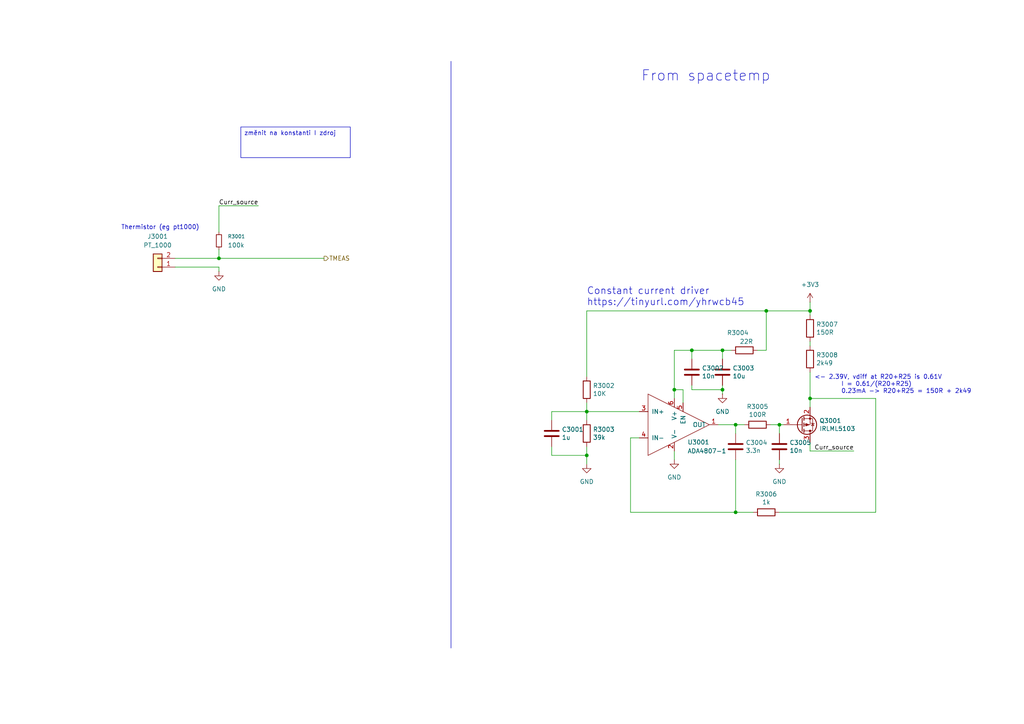
<source format=kicad_sch>
(kicad_sch (version 20250114) (generator "eeschema") (generator_version "9.0")
  (paper "A4")
  (lib_symbols
    (symbol "Connector_Generic:Conn_01x02" (pin_names (offset 1.016) (hide yes))
      (property "Reference" "J" (at 0 2.54 0))
      (property "Value" "Conn_01x02" (at 0 -5.08 0))
      (symbol "Conn_01x02_1_1"
        (rectangle (start -1.27 1.27) (end 1.27 -3.81) (stroke (width 0.254)) (fill (type background)))
        (rectangle (start -1.27 0.127) (end 0 -0.127) (stroke (width 0.1524)))
        (rectangle (start -1.27 -2.413) (end 0 -2.667) (stroke (width 0.1524)))
        (pin passive line (at -5.08 0 0) (length 3.81) (name "Pin_1") (number "1"))
        (pin passive line (at -5.08 -2.54 0) (length 3.81) (name "Pin_2") (number "2"))
      )
    )
    (symbol "Device:C" (pin_numbers (hide yes)) (pin_names (offset 0.254))
      (property "Reference" "C" (at 0.635 2.54 0))
      (property "Value" "C" (at 0.635 -2.54 0))
      (symbol "C_0_1"
        (polyline (pts (xy -2.032 0.762) (xy 2.032 0.762)) (stroke (width 0.508)))
        (polyline (pts (xy -2.032 -0.762) (xy 2.032 -0.762)) (stroke (width 0.508)))
      )
      (symbol "C_1_1"
        (pin passive line (at 0 3.81 270) (length 2.794) (name "~") (number "1"))
        (pin passive line (at 0 -3.81 90) (length 2.794) (name "~") (number "2"))
      )
    )
    (symbol "Device:Q_PMOS_GSD" (pin_names (offset 0) (hide yes))
      (property "Reference" "Q" (at 5.08 1.27 0))
      (property "Value" "Q_PMOS_GSD" (at 5.08 -1.27 0))
      (symbol "Q_PMOS_GSD_0_1"
        (polyline (pts (xy 0.254 1.905) (xy 0.254 -1.905)) (stroke (width 0.254)))
        (polyline (pts (xy 0.254 0) (xy -2.54 0)))
        (polyline (pts (xy 0.762 2.286) (xy 0.762 1.27)) (stroke (width 0.254)))
        (polyline (pts (xy 0.762 1.778) (xy 3.302 1.778) (xy 3.302 -1.778) (xy 0.762 -1.778)))
        (polyline (pts (xy 0.762 0.508) (xy 0.762 -0.508)) (stroke (width 0.254)))
        (polyline (pts (xy 0.762 -1.27) (xy 0.762 -2.286)) (stroke (width 0.254)))
        (circle (center 1.651 0) (radius 2.794) (stroke (width 0.254)))
        (polyline (pts (xy 2.286 0) (xy 1.27 0.381) (xy 1.27 -0.381) (xy 2.286 0)) (fill (type outline)))
        (polyline (pts (xy 2.54 2.54) (xy 2.54 1.778)))
        (circle (center 2.54 1.778) (radius 0.254) (fill (type outline)))
        (circle (center 2.54 -1.778) (radius 0.254) (fill (type outline)))
        (polyline (pts (xy 2.54 -2.54) (xy 2.54 0) (xy 0.762 0)))
        (polyline (pts (xy 2.794 -0.508) (xy 2.921 -0.381) (xy 3.683 -0.381) (xy 3.81 -0.254)))
        (polyline (pts (xy 3.302 -0.381) (xy 2.921 0.254) (xy 3.683 0.254) (xy 3.302 -0.381)))
      )
      (symbol "Q_PMOS_GSD_1_1"
        (pin input line (at -5.08 0 0) (length 2.54) (name "G") (number "1"))
        (pin passive line (at 2.54 5.08 270) (length 2.54) (name "D") (number "3"))
        (pin passive line (at 2.54 -5.08 90) (length 2.54) (name "S") (number "2"))
      )
    )
    (symbol "Device:R" (pin_numbers (hide yes)) (pin_names (offset 0))
      (property "Reference" "R" (at 2.032 0 90))
      (property "Value" "R" (at 0 0 90))
      (symbol "R_0_1"
        (rectangle (start -1.016 -2.54) (end 1.016 2.54) (stroke (width 0.254)))
      )
      (symbol "R_1_1"
        (pin passive line (at 0 3.81 270) (length 1.27) (name "~") (number "1"))
        (pin passive line (at 0 -3.81 90) (length 1.27) (name "~") (number "2"))
      )
    )
    (symbol "Device:R_Small" (pin_numbers (hide yes)) (pin_names (offset 0.254) (hide yes))
      (property "Reference" "R" (at 0 0 90))
      (property "Value" "R_Small" (at 1.778 0 90))
      (symbol "R_Small_0_1"
        (rectangle (start -0.762 1.778) (end 0.762 -1.778) (stroke (width 0.2032)))
      )
      (symbol "R_Small_1_1"
        (pin passive line (at 0 2.54 270) (length 0.762) (name "~") (number "1"))
        (pin passive line (at 0 -2.54 90) (length 0.762) (name "~") (number "2"))
      )
    )
    (symbol "power:+3V3" (power) (pin_numbers (hide yes)) (pin_names (offset 0) (hide yes))
      (property "Value" "+3V3" (at 0 3.556 0))
      (symbol "+3V3_0_1"
        (polyline (pts (xy -0.762 1.27) (xy 0 2.54)))
        (polyline (pts (xy 0 2.54) (xy 0.762 1.27)))
        (polyline (pts (xy 0 0) (xy 0 2.54)))
      )
      (symbol "+3V3_1_1"
        (pin power_in line (at 0 0 90) (length 0) (name "~") (number "1"))
      )
    )
    (symbol "power:GND" (power) (pin_numbers (hide yes)) (pin_names (offset 0) (hide yes))
      (property "Value" "GND" (at 0 -3.81 0))
      (symbol "GND_0_1"
        (polyline (pts (xy 0 0) (xy 0 -1.27) (xy 1.27 -1.27) (xy 0 -2.54) (xy -1.27 -1.27) (xy 0 -1.27)))
      )
      (symbol "GND_1_1"
        (pin power_in line (at 0 0 270) (length 0) (name "~") (number "1"))
      )
    )
    (symbol "vzlu_lib:AD8029" (pin_names (offset 1.016))
      (property "Reference" "U" (at 12.7 12.7 0))
      (property "Value" "AD8029" (at -5.08 12.7 0))
      (symbol "AD8029_0_1"
        (polyline (pts (xy -5.08 8.89) (xy -5.08 -8.89)))
        (polyline (pts (xy -5.08 8.89) (xy 12.7 0) (xy -5.08 -8.89)))
      )
      (symbol "AD8029_1_1"
        (pin input line (at -7.62 3.81 0) (length 2.54) (name "IN+") (number "3"))
        (pin input line (at -7.62 -3.81 0) (length 2.54) (name "IN-") (number "4"))
        (pin input line (at 2.54 7.62 270) (length 2.54) (name "V+") (number "6"))
        (pin input line (at 2.54 -7.62 90) (length 2.54) (name "V-") (number "2"))
        (pin input line (at 5.08 6.35 270) (length 2.54) (name "EN") (number "5"))
        (pin output line (at 15.24 0 180) (length 2.54) (name "OUT") (number "1"))
      )
    )
  )
  (text "From spacetemp" (at 204.724 22.098 0) (effects (font (size 3 3))))
  (text "Constant current driver\nhttps://tinyurl.com/yhrwcb45" (at 170.18 88.9 0) (effects (font (size 2.0066 2.0066)) (justify left bottom)))
  (text "<- 2.39V, vdiff at R20+R25 is 0.61V\n        I = 0.61/(R20+R25)\n        0.23mA -> R20+R25 = 150R + 2k49" (at 236.22 114.3 0) (effects (font (size 1.27 1.27)) (justify left bottom)))
  (text "Thermistor (eg pt1000)" (at 46.482 66.04 0) (effects (font (size 1.27 1.27))))
  (text_box "změnit na konstanti I zdroj" (at 69.85 36.83 0) (size 31.75 8.89) (margins 0.9525 0.9525 0.9525 0.9525) (effects (font (size 1.27 1.27)) (justify left top)))
  (junction (at 63.5 74.93))
  (junction (at 170.18 119.38))
  (junction (at 200.66 101.6))
  (junction (at 195.58 113.03))
  (junction (at 226.06 123.19))
  (junction (at 213.36 148.59))
  (junction (at 234.95 115.57))
  (junction (at 234.95 90.17))
  (junction (at 170.18 132.08))
  (junction (at 209.55 113.03))
  (junction (at 213.36 123.19))
  (junction (at 222.25 90.17))
  (junction (at 209.55 101.6))
  (wire (pts (xy 226.06 123.19) (xy 227.33 123.19)))
  (wire (pts (xy 200.66 113.03) (xy 200.66 111.76)))
  (wire (pts (xy 63.5 74.93) (xy 63.5 72.39)))
  (wire (pts (xy 195.58 130.81) (xy 195.58 133.35)))
  (wire (pts (xy 170.18 119.38) (xy 185.42 119.38)))
  (wire (pts (xy 254 115.57) (xy 254 148.59)))
  (wire (pts (xy 209.55 101.6) (xy 212.09 101.6)))
  (wire (pts (xy 222.25 101.6) (xy 222.25 90.17)))
  (wire (pts (xy 200.66 101.6) (xy 209.55 101.6)))
  (polyline (pts (xy 130.81 17.78) (xy 130.81 187.96)))
  (wire (pts (xy 226.06 133.35) (xy 226.06 134.62)))
  (wire (pts (xy 182.88 127) (xy 182.88 148.59)))
  (wire (pts (xy 226.06 123.19) (xy 226.06 125.73)))
  (wire (pts (xy 170.18 119.38) (xy 170.18 121.92)))
  (wire (pts (xy 160.02 121.92) (xy 160.02 119.38)))
  (wire (pts (xy 185.42 127) (xy 182.88 127)))
  (wire (pts (xy 222.25 90.17) (xy 170.18 90.17)))
  (wire (pts (xy 234.95 90.17) (xy 234.95 91.44)))
  (wire (pts (xy 50.8 77.47) (xy 63.5 77.47)))
  (wire (pts (xy 209.55 113.03) (xy 209.55 111.76)))
  (wire (pts (xy 247.65 130.81) (xy 234.95 130.81)))
  (wire (pts (xy 50.8 74.93) (xy 63.5 74.93)))
  (wire (pts (xy 234.95 90.17) (xy 222.25 90.17)))
  (wire (pts (xy 160.02 132.08) (xy 160.02 129.54)))
  (wire (pts (xy 219.71 101.6) (xy 222.25 101.6)))
  (wire (pts (xy 213.36 123.19) (xy 215.9 123.19)))
  (wire (pts (xy 195.58 101.6) (xy 200.66 101.6)))
  (wire (pts (xy 200.66 101.6) (xy 200.66 104.14)))
  (wire (pts (xy 209.55 114.3) (xy 209.55 113.03)))
  (wire (pts (xy 170.18 129.54) (xy 170.18 132.08)))
  (wire (pts (xy 63.5 74.93) (xy 93.98 74.93)))
  (wire (pts (xy 234.95 115.57) (xy 234.95 118.11)))
  (wire (pts (xy 218.44 148.59) (xy 213.36 148.59)))
  (wire (pts (xy 254 115.57) (xy 234.95 115.57)))
  (wire (pts (xy 213.36 148.59) (xy 182.88 148.59)))
  (wire (pts (xy 170.18 134.62) (xy 170.18 132.08)))
  (wire (pts (xy 223.52 123.19) (xy 226.06 123.19)))
  (wire (pts (xy 160.02 132.08) (xy 170.18 132.08)))
  (wire (pts (xy 195.58 101.6) (xy 195.58 113.03)))
  (wire (pts (xy 198.12 113.03) (xy 195.58 113.03)))
  (wire (pts (xy 160.02 119.38) (xy 170.18 119.38)))
  (wire (pts (xy 63.5 59.69) (xy 63.5 67.31)))
  (wire (pts (xy 213.36 133.35) (xy 213.36 148.59)))
  (wire (pts (xy 234.95 107.95) (xy 234.95 115.57)))
  (wire (pts (xy 74.93 59.69) (xy 63.5 59.69)))
  (wire (pts (xy 63.5 77.47) (xy 63.5 78.74)))
  (wire (pts (xy 234.95 130.81) (xy 234.95 128.27)))
  (wire (pts (xy 170.18 90.17) (xy 170.18 109.22)))
  (wire (pts (xy 234.95 99.06) (xy 234.95 100.33)))
  (wire (pts (xy 209.55 104.14) (xy 209.55 101.6)))
  (wire (pts (xy 170.18 116.84) (xy 170.18 119.38)))
  (wire (pts (xy 208.28 123.19) (xy 213.36 123.19)))
  (wire (pts (xy 198.12 116.84) (xy 198.12 113.03)))
  (wire (pts (xy 195.58 113.03) (xy 195.58 115.57)))
  (wire (pts (xy 209.55 113.03) (xy 200.66 113.03)))
  (wire (pts (xy 213.36 123.19) (xy 213.36 125.73)))
  (wire (pts (xy 234.95 87.63) (xy 234.95 90.17)))
  (wire (pts (xy 226.06 148.59) (xy 254 148.59)))
  (label "Curr_source" (at 247.65 130.81 180))
  (label "Curr_source" (at 74.93 59.69 180))
  (hierarchical_label "TMEAS" (shape output) (at 93.98 74.93 0))
  (symbol (lib_id "vzlu_lib:AD8029") (at 193.04 123.19 0) (unit 1)
    (property "Reference" "U3001" (at 199.39 128.27 0) (effects (justify left)))
    (property "Value" "ADA4807-1" (at 199.39 130.81 0) (effects (justify left)))
    (property "Footprint" "Package_TO_SOT_SMD:SOT-363_SC-70-6" (effects (hide yes)))
    (property "mouser_pn" "ADA4807-1AKSZ-R2" (effects (hide yes)))
    (instances (project "EPS" (path "" (reference "U3001") (unit 1)) (path "" (reference "U9001") (unit 1)) (path "" (reference "U3201") (unit 1)) (path "" (reference "U7901") (unit 1)) (path "" (reference "U3301") (unit 1))))
  )
  (symbol (lib_id "Device:C") (at 200.66 107.95 0) (unit 1)
    (property "Reference" "C3002" (at 203.581 106.7816 0) (effects (justify left)))
    (property "Value" "10n" (at 203.581 109.093 0) (effects (justify left)))
    (property "Footprint" "Capacitor_SMD:C_0603_1608Metric_Pad1.08x0.95mm_HandSolder" (effects (hide yes)))
    (property "Specification" "10% X7R 10V" (effects (hide yes)))
    (instances (project "EPS" (path "" (reference "C3002") (unit 1)) (path "" (reference "C9002") (unit 1)) (path "" (reference "C3202") (unit 1)) (path "" (reference "C7902") (unit 1)) (path "" (reference "C3302") (unit 1))))
  )
  (symbol (lib_id "Device:C") (at 209.55 107.95 0) (unit 1)
    (property "Reference" "C3003" (at 212.471 106.7816 0) (effects (justify left)))
    (property "Value" "10u" (at 212.471 109.093 0) (effects (justify left)))
    (property "Footprint" "Capacitor_SMD:C_0603_1608Metric_Pad1.08x0.95mm_HandSolder" (effects (hide yes)))
    (property "Specification" "10% X7R 10V" (effects (hide yes)))
    (instances (project "EPS" (path "" (reference "C3003") (unit 1)) (path "" (reference "C9003") (unit 1)) (path "" (reference "C3203") (unit 1)) (path "" (reference "C7903") (unit 1)) (path "" (reference "C3303") (unit 1))))
  )
  (symbol (lib_id "Device:R") (at 215.9 101.6 90) (unit 1)
    (property "Reference" "R3004" (at 217.17 96.52 90) (effects (justify left)))
    (property "Value" "22R" (at 218.44 99.06 90) (effects (justify left)))
    (property "Footprint" "Resistor_SMD:R_0603_1608Metric" (effects (hide yes)))
    (property "Specification" "1%" (effects (hide yes)))
    (instances (project "EPS" (path "" (reference "R3004") (unit 1)) (path "" (reference "R9004") (unit 1)) (path "" (reference "R3204") (unit 1)) (path "" (reference "R7904") (unit 1)) (path "" (reference "R3304") (unit 1))))
  )
  (symbol (lib_id "Device:Q_PMOS_GSD") (at 232.41 123.19 0) (mirror x) (unit 1)
    (property "Reference" "Q3001" (at 237.6424 122.0216 0) (effects (justify left)))
    (property "Value" "IRLML5103" (at 237.6424 124.333 0) (effects (justify left)))
    (property "Footprint" "Package_TO_SOT_SMD:SOT-23" (effects (hide yes)))
    (instances (project "EPS" (path "" (reference "Q3001") (unit 1)) (path "" (reference "Q9001") (unit 1)) (path "" (reference "Q3201") (unit 1)) (path "" (reference "Q7901") (unit 1)) (path "" (reference "Q3301") (unit 1))))
  )
  (symbol (lib_id "Device:R") (at 234.95 95.25 180) (unit 1)
    (property "Reference" "R3007" (at 236.728 94.0816 0) (effects (justify right)))
    (property "Value" "150R" (at 236.728 96.393 0) (effects (justify right)))
    (property "Footprint" "Resistor_SMD:R_0603_1608Metric" (effects (hide yes)))
    (property "Specification" "0.1%" (effects (hide yes)))
    (instances (project "EPS" (path "" (reference "R3007") (unit 1)) (path "" (reference "R9007") (unit 1)) (path "" (reference "R3207") (unit 1)) (path "" (reference "R7907") (unit 1)) (path "" (reference "R3307") (unit 1))))
  )
  (symbol (lib_id "Device:R") (at 219.71 123.19 270) (unit 1)
    (property "Reference" "R3005" (at 219.71 117.9322 90))
    (property "Value" "100R" (at 219.71 120.2436 90))
    (property "Footprint" "Resistor_SMD:R_0603_1608Metric" (effects (hide yes)))
    (property "Specification" "1%" (effects (hide yes)))
    (instances (project "EPS" (path "" (reference "R3005") (unit 1)) (path "" (reference "R9005") (unit 1)) (path "" (reference "R3205") (unit 1)) (path "" (reference "R7905") (unit 1)) (path "" (reference "R3305") (unit 1))))
  )
  (symbol (lib_id "Device:R") (at 170.18 113.03 180) (unit 1)
    (property "Reference" "R3002" (at 171.958 111.8616 0) (effects (justify right)))
    (property "Value" "10K" (at 171.958 114.173 0) (effects (justify right)))
    (property "Footprint" "Resistor_SMD:R_0603_1608Metric" (effects (hide yes)))
    (property "Specification" "1%" (effects (hide yes)))
    (instances (project "EPS" (path "" (reference "R3002") (unit 1)) (path "" (reference "R9002") (unit 1)) (path "" (reference "R3202") (unit 1)) (path "" (reference "R7902") (unit 1)) (path "" (reference "R3302") (unit 1))))
  )
  (symbol (lib_id "Device:R") (at 170.18 125.73 180) (unit 1)
    (property "Reference" "R3003" (at 171.958 124.5616 0) (effects (justify right)))
    (property "Value" "39k" (at 171.958 126.873 0) (effects (justify right)))
    (property "Footprint" "Resistor_SMD:R_0603_1608Metric" (effects (hide yes)))
    (property "Specification" "1%" (effects (hide yes)))
    (instances (project "EPS" (path "" (reference "R3003") (unit 1)) (path "" (reference "R9003") (unit 1)) (path "" (reference "R3203") (unit 1)) (path "" (reference "R7903") (unit 1)) (path "" (reference "R3303") (unit 1))))
  )
  (symbol (lib_id "Device:C") (at 160.02 125.73 0) (unit 1)
    (property "Reference" "C3001" (at 162.941 124.5616 0) (effects (justify left)))
    (property "Value" "1u" (at 162.941 126.873 0) (effects (justify left)))
    (property "Footprint" "Capacitor_SMD:C_0603_1608Metric_Pad1.08x0.95mm_HandSolder" (effects (hide yes)))
    (property "Specification" "10% X7R 16V" (effects (hide yes)))
    (instances (project "EPS" (path "" (reference "C3001") (unit 1)) (path "" (reference "C9001") (unit 1)) (path "" (reference "C3201") (unit 1)) (path "" (reference "C7901") (unit 1)) (path "" (reference "C3301") (unit 1))))
  )
  (symbol (lib_id "Device:R") (at 234.95 104.14 180) (unit 1)
    (property "Reference" "R3008" (at 236.728 102.9716 0) (effects (justify right)))
    (property "Value" "2k49" (at 236.728 105.283 0) (effects (justify right)))
    (property "Footprint" "Resistor_SMD:R_0603_1608Metric" (effects (hide yes)))
    (property "Specification" "1%" (effects (hide yes)))
    (instances (project "EPS" (path "" (reference "R3008") (unit 1)) (path "" (reference "R9008") (unit 1)) (path "" (reference "R3208") (unit 1)) (path "" (reference "R7908") (unit 1)) (path "" (reference "R3308") (unit 1))))
  )
  (symbol (lib_id "Device:R_Small") (at 63.5 69.85 180) (unit 1)
    (property "Reference" "R3001" (at 66.04 68.5799 0) (effects (font (size 1.016 1.016)) (justify right)))
    (property "Value" "100k" (at 66.04 71.1199 0) (effects (justify right)))
    (property "Footprint" "Resistor_SMD:R_0603_1608Metric_Pad0.98x0.95mm_HandSolder" (effects (hide yes)))
    (property "Description" "Resistor, small symbol" (effects (hide yes)))
    (instances (project "EPS" (path "" (reference "R3001") (unit 1)) (path "" (reference "R9001") (unit 1)) (path "" (reference "R3201") (unit 1)) (path "" (reference "R7901") (unit 1)) (path "" (reference "R3301") (unit 1))))
  )
  (symbol (lib_id "Device:R") (at 222.25 148.59 270) (unit 1)
    (property "Reference" "R3006" (at 222.25 143.3322 90))
    (property "Value" "1k" (at 222.25 145.6436 90))
    (property "Footprint" "Resistor_SMD:R_0603_1608Metric" (effects (hide yes)))
    (property "Specification" "1%" (effects (hide yes)))
    (instances (project "EPS" (path "" (reference "R3006") (unit 1)) (path "" (reference "R9006") (unit 1)) (path "" (reference "R3206") (unit 1)) (path "" (reference "R7906") (unit 1)) (path "" (reference "R3306") (unit 1))))
  )
  (symbol (lib_id "Device:C") (at 213.36 129.54 0) (unit 1)
    (property "Reference" "C3004" (at 216.281 128.3716 0) (effects (justify left)))
    (property "Value" "3.3n" (at 216.281 130.683 0) (effects (justify left)))
    (property "Footprint" "Capacitor_SMD:C_0603_1608Metric_Pad1.08x0.95mm_HandSolder" (effects (hide yes)))
    (property "Specification" "1% C0G 16V" (effects (hide yes)))
    (instances (project "EPS" (path "" (reference "C3004") (unit 1)) (path "" (reference "C9004") (unit 1)) (path "" (reference "C3204") (unit 1)) (path "" (reference "C7904") (unit 1)) (path "" (reference "C3304") (unit 1))))
  )
  (symbol (lib_id "power:GND") (at 209.55 114.3 0) (unit 1)
    (property "Reference" "#PWR02708" (effects (hide yes)))
    (property "Value" "GND" (at 209.55 119.38 0))
    (property "Description" "Power symbol creates a global label with name \"GND\" , ground" (effects (hide yes)))
    (instances (project "EPS" (path "" (reference "#PWR02708") (unit 1)) (path "" (reference "#PWR07211") (unit 1)) (path "" (reference "#PWR02911") (unit 1)) (path "" (reference "#PWR07109") (unit 1)) (path "" (reference "#PWR03004") (unit 1))))
  )
  (symbol (lib_id "power:GND") (at 195.58 133.35 0) (unit 1)
    (property "Reference" "#PWR02707" (effects (hide yes)))
    (property "Value" "GND" (at 195.58 138.43 0))
    (property "Description" "Power symbol creates a global label with name \"GND\" , ground" (effects (hide yes)))
    (instances (project "EPS" (path "" (reference "#PWR02707") (unit 1)) (path "" (reference "#PWR07210") (unit 1)) (path "" (reference "#PWR02910") (unit 1)) (path "" (reference "#PWR07108") (unit 1)) (path "" (reference "#PWR03003") (unit 1))))
  )
  (symbol (lib_id "power:GND") (at 170.18 134.62 0) (unit 1)
    (property "Reference" "#PWR02706" (effects (hide yes)))
    (property "Value" "GND" (at 170.18 139.7 0))
    (property "Description" "Power symbol creates a global label with name \"GND\" , ground" (effects (hide yes)))
    (instances (project "EPS" (path "" (reference "#PWR02706") (unit 1)) (path "" (reference "#PWR07209") (unit 1)) (path "" (reference "#PWR02909") (unit 1)) (path "" (reference "#PWR07107") (unit 1)) (path "" (reference "#PWR03002") (unit 1))))
  )
  (symbol (lib_id "power:GND") (at 63.5 78.74 0) (unit 1)
    (property "Reference" "#PWR03001" (effects (hide yes)))
    (property "Value" "GND" (at 63.5 83.82 0))
    (property "Description" "Power symbol creates a global label with name \"GND\" , ground" (effects (hide yes)))
    (instances (project "EPS" (path "" (reference "#PWR03001") (unit 1)) (path "" (reference "#PWR09001") (unit 1)) (path "" (reference "#PWR03201") (unit 1)) (path "" (reference "#PWR07901") (unit 1)) (path "" (reference "#PWR03301") (unit 1))))
  )
  (symbol (lib_id "Connector_Generic:Conn_01x02") (at 45.72 77.47 180) (unit 1)
    (property "Reference" "J3001" (at 45.72 68.58 0))
    (property "Value" "PT_1000" (at 45.72 71.12 0))
    (property "Description" "Generic connector, single row, 01x02, script generated (kicad-library-utils/schlib/autogen/connector/)" (effects (hide yes)))
    (instances (project "EPS" (path "" (reference "J3001") (unit 1)) (path "" (reference "J9001") (unit 1)) (path "" (reference "J3201") (unit 1)) (path "" (reference "J7901") (unit 1)) (path "" (reference "J3301") (unit 1))))
  )
  (symbol (lib_id "power:GND") (at 226.06 134.62 0) (unit 1)
    (property "Reference" "#PWR02709" (effects (hide yes)))
    (property "Value" "GND" (at 226.06 139.7 0))
    (property "Description" "Power symbol creates a global label with name \"GND\" , ground" (effects (hide yes)))
    (instances (project "EPS" (path "" (reference "#PWR02709") (unit 1)) (path "" (reference "#PWR07212") (unit 1)) (path "" (reference "#PWR02912") (unit 1)) (path "" (reference "#PWR07110") (unit 1)) (path "" (reference "#PWR03005") (unit 1))))
  )
  (symbol (lib_id "Device:C") (at 226.06 129.54 0) (unit 1)
    (property "Reference" "C3005" (at 228.981 128.3716 0) (effects (justify left)))
    (property "Value" "10n" (at 228.981 130.683 0) (effects (justify left)))
    (property "Footprint" "Capacitor_SMD:C_0603_1608Metric_Pad1.08x0.95mm_HandSolder" (effects (hide yes)))
    (property "CONFIG" "+DNP" (effects (hide yes)))
    (property "Specification" "10% X7R 10V" (effects (hide yes)))
    (instances (project "EPS" (path "" (reference "C3005") (unit 1)) (path "" (reference "C9005") (unit 1)) (path "" (reference "C3205") (unit 1)) (path "" (reference "C7905") (unit 1)) (path "" (reference "C3305") (unit 1))))
  )
  (symbol (lib_id "power:+3V3") (at 234.95 87.63 0) (unit 1)
    (property "Reference" "#PWR03006" (effects (hide yes)))
    (property "Value" "+3V3" (at 234.95 82.55 0))
    (property "Description" "Power symbol creates a global label with name \"+3V3\"" (effects (hide yes)))
    (instances (project "EPS" (path "" (reference "#PWR03006") (unit 1)) (path "" (reference "#PWR09006") (unit 1)) (path "" (reference "#PWR03206") (unit 1)) (path "" (reference "#PWR07906") (unit 1)) (path "" (reference "#PWR03306") (unit 1))))
  )
)
</source>
